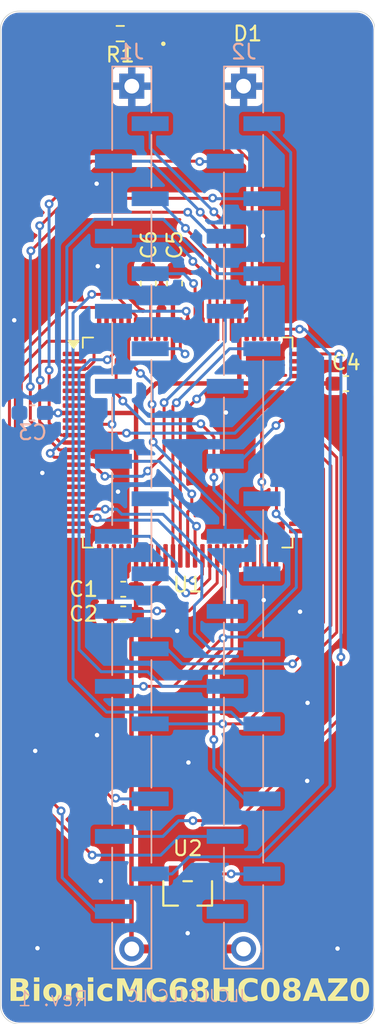
<source format=kicad_pcb>
(kicad_pcb (version 20240108) (generator "pcbnew") (generator_version "8.0")
  (title_block (title "BionicMC68HC08AZ0") (date "2025-03-02") (rev "1"))
  (layers (0 "F.Cu" signal) (31 "B.Cu" signal) (34 "B.Paste" user) (35 "F.Paste" user) (36 "B.SilkS" user "B.Silkscreen") (37 "F.SilkS" user "F.Silkscreen") (38 "B.Mask" user) (39 "F.Mask" user) (44 "Edge.Cuts" user))
  (net 0 "")
  (net 1 "Net-(D1-K)")
  (net 2 "VCC")
  (net 3 "/P31")
  (net 4 "GND")
  (net 5 "/P53")
  (net 6 "/P36")
  (net 7 "/P15")
  (net 8 "/P11")
  (net 9 "/P17")
  (net 10 "/P35")
  (net 11 "/P34")
  (net 12 "Net-(U1-CGMXFC)")
  (net 13 "/P37")
  (net 14 "/P51")
  (net 15 "/P50")
  (net 16 "/P12")
  (net 17 "/P33")
  (net 18 "/P16")
  (net 19 "/P30")
  (net 20 "/P10")
  (net 21 "/P13")
  (net 22 "/P52")
  (net 23 "/P47")
  (net 24 "/P14")
  (net 25 "/P32")
  (net 26 "/P45")
  (net 27 "/P22")
  (net 28 "/P23")
  (net 29 "Net-(J2-P56)")
  (net 30 "/P27")
  (net 31 "/P55")
  (net 32 "/P54")
  (net 33 "/P26")
  (net 34 "/P44")
  (net 35 "/P40")
  (net 36 "/P25")
  (net 37 "/P41")
  (net 38 "/P42")
  (net 39 "/P21")
  (net 41 "/P43")
  (net 42 "/P46")
  (net 43 "/P24")
  (net 44 "/P20")
  (footprint "Capacitor_SMD:C_0603_1608Metric_Pad1.08x0.95mm_HandSolder" (layer "F.Cu") (at 86.233 94.6404 90)
    (property "Reference" "C6")
    (property "Value" "0.1u")
  )
  (footprint "Capacitor_SMD:C_0603_1608Metric_Pad1.08x0.95mm_HandSolder" (layer "F.Cu") (at 84.5323 115.3414 180)
    (property "Reference" "C1")
    (property "Value" "0.1u")
  )
  (footprint "Resistor_SMD:R_0603_1608Metric_Pad0.98x0.95mm_HandSolder" (layer "F.Cu") (at 84.328 77.724 180)
    (property "Reference" "R1")
    (property "Value" "1.6k")
  )
  (footprint "Capacitor_SMD:C_0603_1608Metric_Pad1.08x0.95mm_HandSolder" (layer "F.Cu") (at 88.011 94.6404 90)
    (property "Reference" "C5")
    (property "Value" "0.1u")
  )
  (footprint "microchip:SOT-23_MC_MCH-M" (layer "F.Cu") (at 88.9 135.94 180)
    (property "Reference" "U2")
    (property "Value" "11AA010-I/TT")
  )
  (footprint "Capacitor_SMD:C_0603_1608Metric_Pad1.08x0.95mm_HandSolder" (layer "F.Cu") (at 84.5323 117.0178 180)
    (property "Reference" "C2")
    (property "Value" "22u")
  )
  (footprint "rhom:LED_CSL1901UW1_ROM-M" (layer "F.Cu") (at 88.9 77.724)
    (property "Reference" "D1")
    (property "Value" "CSL1901UW1")
  )
  (footprint "Package_QFP:LQFP-100_14x14mm_P0.5mm" (layer "F.Cu") (at 88.9 105.41)
    (property "Reference" "U1")
    (property "Value" "MC68HC08AZ0")
  )
  (footprint "Capacitor_SMD:C_0603_1608Metric_Pad1.08x0.95mm_HandSolder" (layer "F.Cu") (at 99.6453 101.4222)
    (property "Reference" "C4")
    (property "Value" "0.1u")
  )
  (footprint "bionic:Bionic-P245_SMT" (layer "B.Cu") (at 92.71 110.49 180)
    (property "Reference" "J2")
    (property "Value" "Bionic-P245")
  )
  (footprint "Capacitor_SMD:C_0603_1608Metric_Pad1.08x0.95mm_HandSolder" (layer "B.Cu") (at 78.3601 103.4034 180)
    (property "Reference" "C3")
    (property "Value" "0.1u")
  )
  (footprint "bionic:Bionic-P135_SMT" (layer "B.Cu") (at 85.09 110.49 180)
    (property "Reference" "J1")
    (property "Value" "Bionic-P135")
  )
  (gr_line (start 100.33 144.78) (end 77.47 144.78) (stroke (width 0.05)) (layer "Edge.Cuts"))
  (gr_arc (start 100.33 76.2) (mid 101.228026 76.571974) (end 101.6 77.47) (stroke (width 0.05)) (layer "Edge.Cuts"))
  (gr_line (start 76.2 143.51) (end 76.2 77.47) (stroke (width 0.05)) (layer "Edge.Cuts"))
  (gr_arc (start 101.6 143.51) (mid 101.228026 144.408026) (end 100.33 144.78) (stroke (width 0.05)) (layer "Edge.Cuts"))
  (gr_arc (start 77.47 144.78) (mid 76.571974 144.408026) (end 76.2 143.51) (stroke (width 0.05)) (layer "Edge.Cuts"))
  (gr_arc (start 76.2 77.47) (mid 76.571974 76.571974) (end 77.47 76.2) (stroke (width 0.05)) (layer "Edge.Cuts"))
  (gr_line (start 77.47 76.2) (end 100.33 76.2) (stroke (width 0.05)) (layer "Edge.Cuts"))
  (gr_line (start 101.6 77.47) (end 101.6 143.51) (stroke (width 0.05)) (layer "Edge.Cuts"))
  (gr_text "JLCJLCJLCJLC" (at 88.9 143.3576 0) (layer "B.SilkS") (effects (font (size 0.8 0.8) (thickness 0.1)) (justify bottom mirror)))
  (gr_text "Rev. 1" (at 82.2452 143.6624 0) (layer "B.SilkS") (effects (font (size 1 1) (thickness 0.1)) (justify left bottom mirror)))
  (gr_text "BionicMC68HC08AZ0\n" (at 89.0016 142.5956 0) (layer "F.SilkS") (effects (font (size 1.5 1.5) (thickness 0.3) (bold yes))))
  (segment (start 88.0237 77.724) (end 85.2405 77.724) (width 0.2) (layer "F.Cu") (net 1))
  (segment (start 89.7763 77.724) (end 89.789 77.7367) (width 0.2) (layer "F.Cu") (net 2))
  (segment (start 85.4 102.7632) (end 86.7532 101.41) (width 0.3) (layer "F.Cu") (net 2))
  (segment (start 85.3755 103.41) (end 85.4 103.3855) (width 0.3) (layer "F.Cu") (net 2))
  (segment (start 85.3948 115.3414) (end 86.4108 115.3414) (width 0.3) (layer "F.Cu") (net 2))
  (segment (start 87.884 101.41) (end 92.4052 101.41) (width 0.3) (layer "F.Cu") (net 2))
  (segment (start 85.3952 115.341) (end 85.3948 115.3414) (width 0.2) (layer "F.Cu") (net 2))
  (segment (start 81.225 103.41) (end 80.110308 103.41) (width 0.3) (layer "F.Cu") (net 2))
  (segment (start 87.4 114.3522) (end 87.4 113.085) (width 0.3) (layer "F.Cu") (net 2))
  (segment (start 92.4 96.90259) (end 92.4 97.735) (width 0.2) (layer "F.Cu") (net 2))
  (segment (start 92.4 97.735) (end 92.4 101.4048) (width 0.3) (layer "F.Cu") (net 2))
  (segment (start 98.7441 101.41) (end 98.7552 101.4211) (width 0.3) (layer "F.Cu") (net 2))
  (segment (start 87.4 97.735) (end 87.9 97.735) (width 0.3) (layer "F.Cu") (net 2))
  (segment (start 87.9 97.735) (end 87.9 95.6139) (width 0.3) (layer "F.Cu") (net 2))
  (segment (start 87.884 139.7) (end 85.09 139.7) (width 0.6) (layer "F.Cu") (net 2))
  (segment (start 87.949999 139.634001) (end 87.884 139.7) (width 0.2) (layer "F.Cu") (net 2))
  (segment (start 96.575 101.41) (end 98.7441 101.41) (width 0.3) (layer "F.Cu") (net 2))
  (segment (start 92.4001 97.735) (end 92.4 97.735) (width 0.3) (layer "F.Cu") (net 2))
  (segment (start 98.7552 101.421) (end 98.7816 101.421) (width 0.2) (layer "F.Cu") (net 2))
  (segment (start 86.7532 101.41) (end 87.3755 101.41) (width 0.3) (layer "F.Cu") (net 2))
  (segment (start 85.4 113.085) (end 85.4 117.5714) (width 0.3) (layer "F.Cu") (net 2))
  (segment (start 80.110308 103.41) (end 80.106728 103.40642) (width 0.3) (layer "F.Cu") (net 2))
  (segment (start 93.2688 96.03379) (end 92.4 96.90259) (width 0.2) (layer "F.Cu") (net 2))
  (segment (start 85.4 117.5714) (end 85.09 117.8814) (width 0.3) (layer "F.Cu") (net 2))
  (segment (start 85.09 117.8814) (end 85.09 139.7) (width 0.3) (layer "F.Cu") (net 2))
  (segment (start 81.225 103.41) (end 85.3755 103.41) (width 0.3) (layer "F.Cu") (net 2))
  (segment (start 87.9 97.735) (end 87.9 101.394) (width 0.3) (layer "F.Cu") (net 2))
  (segment (start 86.4108 115.3414) (end 87.4 114.3522) (width 0.3) (layer "F.Cu") (net 2))
  (segment (start 85.4 103.3855) (end 85.4 102.7632) (width 0.3) (layer "F.Cu") (net 2))
  (segment (start 92.4 101.4048) (end 92.4052 101.41) (width 0.3) (layer "F.Cu") (net 2))
  (segment (start 98.7816 101.421) (end 98.7828 101.4222) (width 0.2) (layer "F.Cu") (net 2))
  (segment (start 87.9 101.394) (end 87.884 101.41) (width 0.3) (layer "F.Cu") (net 2))
  (segment (start 85.4 117.0864) (end 85.3948 117.0812) (width 0.2) (layer "F.Cu") (net 2))
  (segment (start 92.71 139.7) (end 87.884 139.7) (width 0.6) (layer "F.Cu") (net 2))
  (segment (start 89.789 77.7367) (end 89.789 83.009) (width 0.2) (layer "F.Cu") (net 2))
  (segment (start 87.9 95.6139) (end 88.011 95.5029) (width 0.3) (layer "F.Cu") (net 2))
  (segment (start 85.4 113.085) (end 85.4 103.3855) (width 0.3) (layer "F.Cu") (net 2))
  (segment (start 87.949999 134.874) (end 87.949999 139.634001) (width 0.2) (layer "F.Cu") (net 2))
  (segment (start 89.789 83.009) (end 93.2688 86.4888) (width 0.2) (layer "F.Cu") (net 2))
  (segment (start 93.2688 86.4888) (end 93.2688 96.03379) (width 0.2) (layer "F.Cu") (net 2))
  (segment (start 92.4052 101.41) (end 96.575 101.41) (width 0.3) (layer "F.Cu") (net 2))
  (segment (start 85.3948 117.0812) (end 85.3948 117.0178) (width 0.2) (layer "F.Cu") (net 2))
  (segment (start 87.3755 101.41) (end 87.884 101.41) (width 0.3) (layer "F.Cu") (net 2))
  (via (at 80.106728 103.40642) (size 0.6) (drill 0.3) (layers "F.Cu" "B.Cu") (net 2))
  (segment (start 79.22562 103.40642) (end 79.2226 103.4034) (width 0.3) (layer "B.Cu") (net 2))
  (segment (start 80.106728 103.40642) (end 79.22562 103.40642) (width 0.3) (layer "B.Cu") (net 2))
  (segment (start 89.4 111.1742) (end 89.4 113.085) (width 0.2) (layer "F.Cu") (net 3))
  (segment (start 89.5 111.0742) (end 89.4 111.1742) (width 0.2) (layer "F.Cu") (net 3))
  (via (at 89.5 111.0742) (size 0.6) (drill 0.3) (layers "F.Cu" "B.Cu") (net 3))
  (segment (start 87.63 109.22) (end 86.3554 109.22) (width 0.2) (layer "B.Cu") (net 3))
  (segment (start 89.5 111.0742) (end 89.4842 111.0742) (width 0.2) (layer "B.Cu") (net 3))
  (segment (start 89.4842 111.0742) (end 87.63 109.22) (width 0.2) (layer "B.Cu") (net 3))
  (segment (start 87.0966 96.2914) (end 87.0966 93.7768) (width 0.3) (layer "F.Cu") (net 4))
  (segment (start 91.9 96.6188) (end 92.202 96.3168) (width 0.3) (layer "F.Cu") (net 4))
  (segment (start 91.9 97.735) (end 91.9 96.6188) (width 0.3) (layer "F.Cu") (net 4))
  (segment (start 84.9 114.0836) (end 83.6698 115.3138) (width 0.3) (layer "F.Cu") (net 4))
  (segment (start 91.4 115.1782) (end 91.2114 115.3668) (width 0.3) (layer "F.Cu") (net 4))
  (segment (start 84.9 113.085) (end 84.9 114.0836) (width 0.3) (layer "F.Cu") (net 4))
  (segment (start 83.6698 115.3138) (end 83.6698 115.3414) (width 0.3) (layer "F.Cu") (net 4))
  (segment (start 86.9 96.488) (end 87.0966 96.2914) (width 0.3) (layer "F.Cu") (net 4))
  (segment (start 97.6672 100.91) (end 98.044 100.5332) (width 0.3) (layer "F.Cu") (net 4))
  (segment (start 80.1182 107.41) (end 80.1116 107.4166) (width 0.3) (layer "F.Cu") (net 4))
  (segment (start 96.575 106.91) (end 97.766 106.91) (width 0.3) (layer "F.Cu") (net 4))
  (segment (start 86.9 97.735) (end 86.9 96.488) (width 0.3) (layer "F.Cu") (net 4))
  (segment (start 91.4 111.7492) (end 91.4654 111.6838) (width 0.3) (layer "F.Cu") (net 4))
  (segment (start 91.4 113.085) (end 91.4 111.7492) (width 0.3) (layer "F.Cu") (net 4))
  (segment (start 81.225 107.41) (end 80.1182 107.41) (width 0.3) (layer "F.Cu") (net 4))
  (segment (start 91.4 113.085) (end 91.4 115.1782) (width 0.3) (layer "F.Cu") (net 4))
  (segment (start 96.575 100.91) (end 97.6672 100.91) (width 0.3) (layer "F.Cu") (net 4))
  (segment (start 97.766 106.91) (end 98.044 107.188) (width 0.3) (layer "F.Cu") (net 4))
  (via (at 79.0448 107.4674) (size 0.6) (drill 0.3) (layers "F.Cu" "B.Cu") (net 4))
  (via (at 97.0026 128.3208) (size 0.6) (drill 0.3) (layers "F.Cu" "B.Cu") (net 4))
  (via (at 94.0054 91.4146) (size 0.6) (drill 0.3) (layers "F.Cu" "B.Cu") (net 4))
  (via (at 97.028 123.0376) (size 0.6) (drill 0.3) (layers "F.Cu" "B.Cu") (net 4))
  (via (at 94.0562 116.078) (size 0.6) (drill 0.3) (layers "F.Cu" "B.Cu") (net 4))
  (via (at 91.4908 103.378) (size 0.6) (drill 0.3) (layers "F.Cu" "B.Cu") (net 4))
  (via (at 77.1398 97.1296) (size 0.6) (drill 0.3) (layers "F.Cu" "B.Cu") (net 4))
  (via (at 78.5622 126.2888) (size 0.6) (drill 0.3) (layers "F.Cu" "B.Cu") (net 4))
  (via (at 82.7532 125.222) (size 0.6) (drill 0.3) (layers "F.Cu" "B.Cu") (net 4))
  (via (at 82.804 93.472) (size 0.6) (drill 0.3) (layers "F.Cu" "B.Cu") (net 4))
  (via (at 88.9 138.6332) (size 0.6) (drill 0.3) (layers "F.Cu" "B.Cu") (net 4))
  (via (at 82.7278 87.884) (size 0.6) (drill 0.3) (layers "F.Cu" "B.Cu") (net 4))
  (via (at 96.52 116.8654) (size 0.6) (drill 0.3) (layers "F.Cu" "B.Cu") (net 4))
  (via (at 88.1888 118.1608) (size 0.6) (drill 0.3) (layers "F.Cu" "B.Cu") (net 4))
  (via (at 88.9508 127.0762) (size 0.6) (drill 0.3) (layers "F.Cu" "B.Cu") (net 4))
  (via (at 83.0072 135.1026) (size 0.6) (drill 0.3) (layers "F.Cu" "B.Cu") (net 4))
  (via (at 99.06 139.6746) (size 0.6) (drill 0.3) (layers "F.Cu" "B.Cu") (net 4))
  (via (at 84.1756 108.7374) (size 0.6) (drill 0.3) (layers "F.Cu" "B.Cu") (net 4))
  (via (at 78.7146 139.6492) (size 0.6) (drill 0.3) (layers "F.Cu" "B.Cu") (net 4))
  (segment (start 77.216 127.254) (end 77.216 100.711) (width 0.2) (layer "F.Cu") (net 5))
  (segment (start 81.9404 98.552) (end 82.55 99.1616) (width 0.2) (layer "F.Cu") (net 5))
  (segment (start 82.55 99.1616) (end 82.55 99.9357) (width 0.2) (layer "F.Cu") (net 5))
  (segment (start 80.3148 130.3528) (end 77.216 127.254) (width 0.2) (layer "F.Cu") (net 5))
  (segment (start 77.216 100.711) (end 79.375 98.552) (width 0.2) (layer "F.Cu") (net 5))
  (segment (start 82.0757 100.41) (end 81.225 100.41) (width 0.2) (layer "F.Cu") (net 5))
  (segment (start 79.375 98.552) (end 81.9404 98.552) (width 0.2) (layer "F.Cu") (net 5))
  (segment (start 82.55 99.9357) (end 82.0757 100.41) (width 0.2) (layer "F.Cu") (net 5))
  (via (at 80.3148 130.3528) (size 0.6) (drill 0.3) (layers "F.Cu" "B.Cu") (net 5))
  (segment (start 80.3148 130.3528) (end 80.391 130.429) (width 0.2) (layer "B.Cu") (net 5))
  (segment (start 80.391 134.874) (end 82.677 137.16) (width 0.2) (layer "B.Cu") (net 5))
  (segment (start 80.391 130.429) (end 80.391 134.874) (width 0.2) (layer "B.Cu") (net 5))
  (segment (start 82.677 137.16) (end 83.8662 137.16) (width 0.2) (layer "B.Cu") (net 5))
  (segment (start 94.9198 106.5022) (end 95.512 105.91) (width 0.2) (layer "F.Cu") (net 6))
  (segment (start 95.512 105.91) (end 96.575 105.91) (width 0.2) (layer "F.Cu") (net 6))
  (segment (start 87.9602 121.92) (end 91.2258 118.6544) (width 0.2) (layer "F.Cu") (net 6))
  (segment (start 85.9028 121.92) (end 87.9602 121.92) (width 0.2) (layer "F.Cu") (net 6))
  (segment (start 91.2258 118.6544) (end 91.3 118.6544) (width 0.2) (layer "F.Cu") (net 6))
  (segment (start 94.8944 110.236) (end 94.9198 110.2106) (width 0.2) (layer "F.Cu") (net 6))
  (segment (start 94.9198 110.2106) (end 94.9198 106.5022) (width 0.2) (layer "F.Cu") (net 6))
  (via (at 85.9028 121.92) (size 0.6) (drill 0.3) (layers "F.Cu" "B.Cu") (net 6))
  (via (at 94.8944 110.236) (size 0.6) (drill 0.3) (layers "F.Cu" "B.Cu") (net 6))
  (via (at 91.3 118.6544) (size 0.6) (drill 0.3) (layers "F.Cu" "B.Cu") (net 6))
  (segment (start 92.9004 118.58) (end 96.266 115.2144) (width 0.2) (layer "B.Cu") (net 6))
  (segment (start 85.9028 121.92) (end 83.8662 121.92) (width 0.2) (layer "B.Cu") (net 6))
  (segment (start 91.3 118.6544) (end 91.3744 118.58) (width 0.2) (layer "B.Cu") (net 6))
  (segment (start 96.266 111.6076) (end 94.8944 110.236) (width 0.2) (layer "B.Cu") (net 6))
  (segment (start 96.266 115.2144) (end 96.266 111.6076) (width 0.2) (layer "B.Cu") (net 6))
  (segment (start 91.3744 118.58) (end 92.9004 118.58) (width 0.2) (layer "B.Cu") (net 6))
  (segment (start 88.8 96.518361) (end 88.9 96.618361) (width 0.2) (layer "F.Cu") (net 7))
  (segment (start 88.9 96.618361) (end 88.9 97.735) (width 0.2) (layer "F.Cu") (net 7))
  (via (at 88.8 96.518361) (size 0.6) (drill 0.3) (layers "F.Cu" "B.Cu") (net 7))
  (segment (start 86.542039 96.518361) (end 86.5404 96.52) (width 0.2) (layer "B.Cu") (net 7))
  (segment (start 88.8 96.518361) (end 86.542039 96.518361) (width 0.2) (layer "B.Cu") (net 7))
  (segment (start 86.5404 96.52) (end 83.8662 96.52) (width 0.2) (layer "B.Cu") (net 7))
  (segment (start 89.749189 89.815059) (end 90.9 90.96587) (width 0.2) (layer "F.Cu") (net 8))
  (segment (start 90.9 90.96587) (end 90.9 97.735) (width 0.2) (layer "F.Cu") (net 8))
  (via (at 89.749189 89.815059) (size 0.6) (drill 0.3) (layers "F.Cu" "B.Cu") (net 8))
  (segment (start 86.3346 86.36) (end 83.8662 86.36) (width 0.2) (layer "B.Cu") (net 8))
  (segment (start 89.749189 89.815059) (end 89.749189 89.774589) (width 0.2) (layer "B.Cu") (net 8))
  (segment (start 89.749189 89.774589) (end 86.3346 86.36) (width 0.2) (layer "B.Cu") (net 8))
  (segment (start 83.1692 104.175) (end 82.9042 103.91) (width 0.2) (layer "F.Cu") (net 9))
  (segment (start 83.7692 104.175) (end 83.1692 104.175) (width 0.2) (layer "F.Cu") (net 9))
  (segment (start 82.9042 103.91) (end 81.225 103.91) (width 0.2) (layer "F.Cu") (net 9))
  (via (at 83.7692 104.175) (size 0.6) (drill 0.3) (layers "F.Cu" "B.Cu") (net 9))
  (segment (start 83.8662 104.078) (end 83.8662 101.6) (width 0.2) (layer "B.Cu") (net 9))
  (segment (start 83.7692 104.175) (end 83.8662 104.078) (width 0.2) (layer "B.Cu") (net 9))
  (segment (start 98.6092 117.7988) (end 98.6092 106.9912) (width 0.2) (layer "F.Cu") (net 10))
  (segment (start 96.012 120.396) (end 98.6092 117.7988) (width 0.2) (layer "F.Cu") (net 10))
  (segment (start 98.028 106.41) (end 96.575 106.41) (width 0.2) (layer "F.Cu") (net 10))
  (segment (start 98.6092 106.9912) (end 98.028 106.41) (width 0.2) (layer "F.Cu") (net 10))
  (via (at 96.012 120.396) (size 0.6) (drill 0.3) (layers "F.Cu" "B.Cu") (net 10))
  (segment (start 88.519 120.396) (end 87.503 119.38) (width 0.2) (layer "B.Cu") (net 10))
  (segment (start 96.012 120.396) (end 88.519 120.396) (width 0.2) (layer "B.Cu") (net 10))
  (segment (start 87.503 119.38) (end 86.3554 119.38) (width 0.2) (layer "B.Cu") (net 10))
  (segment (start 86.8172 116.8146) (end 89.0016 116.8146) (width 0.2) (layer "F.Cu") (net 11))
  (segment (start 89.0016 116.8146) (end 90.9 114.9162) (width 0.2) (layer "F.Cu") (net 11))
  (segment (start 90.9 114.9162) (end 90.9 113.085) (width 0.2) (layer "F.Cu") (net 11))
  (via (at 86.8172 116.8146) (size 0.6) (drill 0.3) (layers "F.Cu" "B.Cu") (net 11))
  (segment (start 86.7918 116.84) (end 83.8662 116.84) (width 0.2) (layer "B.Cu") (net 11))
  (segment (start 86.8172 116.8146) (end 86.7918 116.84) (width 0.2) (layer "B.Cu") (net 11))
  (segment (start 86.4 97.735) (end 86.4 95.6699) (width 0.2) (layer "F.Cu") (net 12))
  (segment (start 86.233 95.5029) (end 86.3346 95.5029) (width 0.2) (layer "F.Cu") (net 12))
  (segment (start 86.4 95.6699) (end 86.233 95.5029) (width 0.2) (layer "F.Cu") (net 12))
  (segment (start 97.9932 105.41) (end 96.575 105.41) (width 0.2) (layer "F.Cu") (net 13))
  (segment (start 99.0092 106.426) (end 97.9932 105.41) (width 0.2) (layer "F.Cu") (net 13))
  (segment (start 92.812314 124.46) (end 99.0092 118.263114) (width 0.2) (layer "F.Cu") (net 13))
  (segment (start 99.0092 118.263114) (end 99.0092 106.426) (width 0.2) (layer "F.Cu") (net 13))
  (segment (start 91.2718 124.46) (end 92.812314 124.46) (width 0.2) (layer "F.Cu") (net 13))
  (via (at 91.2718 124.46) (size 0.6) (drill 0.3) (layers "F.Cu" "B.Cu") (net 13))
  (segment (start 91.2718 124.46) (end 86.3554 124.46) (width 0.2) (layer "B.Cu") (net 13))
  (segment (start 99.1464 99.41) (end 96.575 99.41) (width 0.2) (layer "F.Cu") (net 14))
  (segment (start 89.2556 131.0132) (end 92.2782 131.0132) (width 0.2) (layer "F.Cu") (net 14))
  (segment (start 99.152 99.4156) (end 99.1464 99.41) (width 0.2) (layer "F.Cu") (net 14))
  (segment (start 99.2886 124.0028) (end 99.2886 119.9388) (width 0.2) (layer "F.Cu") (net 14))
  (segment (start 92.2782 131.0132) (end 99.2886 124.0028) (width 0.2) (layer "F.Cu") (net 14))
  (via (at 99.152 99.4156) (size 0.6) (drill 0.3) (layers "F.Cu" "B.Cu") (net 14))
  (via (at 99.2886 119.9388) (size 0.6) (drill 0.3) (layers "F.Cu" "B.Cu") (net 14))
  (via (at 89.2556 131.0132) (size 0.6) (drill 0.3) (layers "F.Cu" "B.Cu") (net 14))
  (segment (start 87.2236 132.08) (end 83.8662 132.08) (width 0.2) (layer "B.Cu") (net 14))
  (segment (start 99.2886 119.9388) (end 99.2886 99.5522) (width 0.2) (layer "B.Cu") (net 14))
  (segment (start 88.2904 131.0132) (end 87.2236 132.08) (width 0.2) (layer "B.Cu") (net 14))
  (segment (start 99.2886 99.5522) (end 99.152 99.4156) (width 0.2) (layer "B.Cu") (net 14))
  (segment (start 89.2556 131.0132) (end 88.2904 131.0132) (width 0.2) (layer "B.Cu") (net 14))
  (segment (start 84.0232 129.4892) (end 83.7692 129.4892) (width 0.2) (layer "F.Cu") (net 15))
  (segment (start 79.033 99.91) (end 81.225 99.91) (width 0.2) (layer "F.Cu") (net 15))
  (segment (start 77.616 123.336) (end 77.616 101.327) (width 0.2) (layer "F.Cu") (net 15))
  (segment (start 83.7692 129.4892) (end 77.616 123.336) (width 0.2) (layer "F.Cu") (net 15))
  (segment (start 77.616 101.327) (end 79.033 99.91) (width 0.2) (layer "F.Cu") (net 15))
  (via (at 84.0232 129.4892) (size 0.6) (drill 0.3) (layers "F.Cu" "B.Cu") (net 15))
  (segment (start 84.0232 129.4892) (end 84.074 129.54) (width 0.2) (layer "B.Cu") (net 15))
  (segment (start 84.074 129.54) (end 86.3554 129.54) (width 0.2) (layer "B.Cu") (net 15))
  (segment (start 88.7476 90.9066) (end 90.4 92.559) (width 0.2) (layer "F.Cu") (net 16))
  (segment (start 90.4 92.559) (end 90.4 97.735) (width 0.2) (layer "F.Cu") (net 16))
  (via (at 88.7476 90.9066) (size 0.6) (drill 0.3) (layers "F.Cu" "B.Cu") (net 16))
  (segment (start 88.7476 90.9066) (end 88.7476 90.8558) (width 0.2) (layer "B.Cu") (net 16))
  (segment (start 86.7918 88.9) (end 86.3554 88.9) (width 0.2) (layer "B.Cu") (net 16))
  (segment (start 88.7476 90.8558) (end 86.7918 88.9) (width 0.2) (layer "B.Cu") (net 16))
  (segment (start 89.441429 115.5954) (end 90.4 114.636829) (width 0.2) (layer "F.Cu") (net 17))
  (segment (start 90.4 114.636829) (end 90.4 113.085) (width 0.2) (layer "F.Cu") (net 17))
  (segment (start 88.773 115.5954) (end 89.441429 115.5954) (width 0.2) (layer "F.Cu") (net 17))
  (via (at 88.773 115.5954) (size 0.6) (drill 0.3) (layers "F.Cu" "B.Cu") (net 17))
  (segment (start 87.376 114.3) (end 86.3554 114.3) (width 0.2) (layer "B.Cu") (net 17))
  (segment (start 88.773 115.5954) (end 88.6714 115.5954) (width 0.2) (layer "B.Cu") (net 17))
  (segment (start 88.6714 115.5954) (end 87.376 114.3) (width 0.2) (layer "B.Cu") (net 17))
  (segment (start 88.7222 99.4156) (end 88.4 99.0934) (width 0.2) (layer "F.Cu") (net 18))
  (segment (start 88.4 99.0934) (end 88.4 97.735) (width 0.2) (layer "F.Cu") (net 18))
  (via (at 88.7222 99.4156) (size 0.6) (drill 0.3) (layers "F.Cu" "B.Cu") (net 18))
  (segment (start 88.3666 99.06) (end 86.3554 99.06) (width 0.2) (layer "B.Cu") (net 18))
  (segment (start 88.7222 99.4156) (end 88.3666 99.06) (width 0.2) (layer "B.Cu") (net 18))
  (segment (start 89.1794 109.8296) (end 88.9 110.109) (width 0.2) (layer "F.Cu") (net 19))
  (segment (start 88.9 110.109) (end 88.9 113.085) (width 0.2) (layer "F.Cu") (net 19))
  (segment (start 89.1794 108.8898) (end 89.1794 109.8296) (width 0.2) (layer "F.Cu") (net 19))
  (via (at 89.1794 108.8898) (size 0.6) (drill 0.3) (layers "F.Cu" "B.Cu") (net 19))
  (segment (start 86.9696 106.68) (end 83.8662 106.68) (width 0.2) (layer "B.Cu") (net 19))
  (segment (start 89.1794 108.8898) (end 86.9696 106.68) (width 0.2) (layer "B.Cu") (net 19))
  (segment (start 91.4 90.515034) (end 91.4 97.735) (width 0.2) (layer "F.Cu") (net 20))
  (segment (start 90.675983 89.791017) (end 91.4 90.515034) (width 0.2) (layer "F.Cu") (net 20))
  (via (at 90.675983 89.791017) (size 0.6) (drill 0.3) (layers "F.Cu" "B.Cu") (net 20))
  (segment (start 86.3554 85.4664) (end 86.3554 83.82) (width 0.2) (layer "B.Cu") (net 20))
  (segment (start 90.675983 89.786983) (end 86.3554 85.4664) (width 0.2) (layer "B.Cu") (net 20))
  (segment (start 90.675983 89.791017) (end 90.675983 89.786983) (width 0.2) (layer "B.Cu") (net 20))
  (segment (start 89.9 93.79653) (end 89.9 97.735) (width 0.2) (layer "F.Cu") (net 21))
  (segment (start 89.250435 93.146965) (end 89.9 93.79653) (width 0.2) (layer "F.Cu") (net 21))
  (via (at 89.250435 93.146965) (size 0.6) (drill 0.3) (layers "F.Cu" "B.Cu") (net 21))
  (segment (start 87.6808 91.44) (end 83.8662 91.44) (width 0.2) (layer "B.Cu") (net 21))
  (segment (start 89.250435 93.146965) (end 89.250435 93.009635) (width 0.2) (layer "B.Cu") (net 21))
  (segment (start 89.250435 93.009635) (end 87.6808 91.44) (width 0.2) (layer "B.Cu") (net 21))
  (segment (start 96.485 97.735) (end 94.9 97.735) (width 0.2) (layer "F.Cu") (net 22))
  (via (at 96.485 97.735) (size 0.6) (drill 0.3) (layers "F.Cu" "B.Cu") (net 22))
  (segment (start 98.552 128.651) (end 93.7406 133.4624) (width 0.2) (layer "B.Cu") (net 22))
  (segment (start 87.8332 134.62) (end 86.3554 134.62) (width 0.2) (layer "B.Cu") (net 22))
  (segment (start 88.9908 133.4624) (end 87.8332 134.62) (width 0.2) (layer "B.Cu") (net 22))
  (segment (start 96.8206 97.735) (end 98.552 99.4664) (width 0.2) (layer "B.Cu") (net 22))
  (segment (start 93.7406 133.4624) (end 88.9908 133.4624) (width 0.2) (layer "B.Cu") (net 22))
  (segment (start 96.485 97.735) (end 96.8206 97.735) (width 0.2) (layer "B.Cu") (net 22))
  (segment (start 98.552 99.4664) (end 98.552 128.651) (width 0.2) (layer "B.Cu") (net 22))
  (segment (start 83.9514 95.377) (end 85.4 96.8256) (width 0.2) (layer "F.Cu") (net 23))
  (segment (start 82.3976 95.377) (end 83.9514 95.377) (width 0.2) (layer "F.Cu") (net 23))
  (segment (start 85.4 96.8256) (end 85.4 97.735) (width 0.2) (layer "F.Cu") (net 23))
  (via (at 82.3976 95.377) (size 0.6) (drill 0.3) (layers "F.Cu" "B.Cu") (net 23))
  (segment (start 81.1276 121.3866) (end 83.401 123.66) (width 0.2) (layer "B.Cu") (net 23))
  (segment (start 81.1276 96.647) (end 81.1276 121.3866) (width 0.2) (layer "B.Cu") (net 23))
  (segment (start 92.6338 124.46) (end 93.9338 124.46) (width 0.2) (layer "B.Cu") (net 23))
  (segment (start 82.3976 95.377) (end 81.1276 96.647) (width 0.2) (layer "B.Cu") (net 23))
  (segment (start 91.8338 123.66) (end 92.6338 124.46) (width 0.2) (layer "B.Cu") (net 23))
  (segment (start 83.401 123.66) (end 91.8338 123.66) (width 0.2) (layer "B.Cu") (net 23))
  (segment (start 89.4 94.7404) (end 89.4 97.735) (width 0.2) (layer "F.Cu") (net 24))
  (segment (start 89.3 94.6404) (end 89.4 94.7404) (width 0.2) (layer "F.Cu") (net 24))
  (via (at 89.3 94.6404) (size 0.6) (drill 0.3) (layers "F.Cu" "B.Cu") (net 24))
  (segment (start 88.6396 93.98) (end 86.3554 93.98) (width 0.2) (layer "B.Cu") (net 24))
  (segment (start 89.3 94.6404) (end 88.6396 93.98) (width 0.2) (layer "B.Cu") (net 24))
  (segment (start 89.9 114.3414) (end 89.9 113.085) (width 0.2) (layer "F.Cu") (net 25))
  (segment (start 89.2556 114.7572) (end 89.4842 114.7572) (width 0.2) (layer "F.Cu") (net 25))
  (segment (start 89.4842 114.7572) (end 89.9 114.3414) (width 0.2) (layer "F.Cu") (net 25))
  (via (at 89.2556 114.7572) (size 0.6) (drill 0.3) (layers "F.Cu" "B.Cu") (net 25))
  (segment (start 89.2556 114.7572) (end 88.7222 114.7572) (width 0.2) (layer "B.Cu") (net 25))
  (segment (start 86.3092 111.76) (end 83.8662 111.76) (width 0.2) (layer "B.Cu") (net 25))
  (segment (start 88.7222 114.7572) (end 88.138 114.173) (width 0.2) (layer "B.Cu") (net 25))
  (segment (start 88.138 113.5888) (end 86.3092 111.76) (width 0.2) (layer "B.Cu") (net 25))
  (segment (start 88.138 114.173) (end 88.138 113.5888) (width 0.2) (layer "B.Cu") (net 25))
  (segment (start 82.666171 110.41) (end 81.225 110.41) (width 0.2) (layer "F.Cu") (net 26))
  (segment (start 82.766171 110.51) (end 82.666171 110.41) (width 0.2) (layer "F.Cu") (net 26))
  (via (at 82.766171 110.51) (size 0.6) (drill 0.3) (layers "F.Cu" "B.Cu") (net 26))
  (segment (start 82.766171 110.51) (end 82.923971 110.6678) (width 0.2) (layer "B.Cu") (net 26))
  (segment (start 86.8934 110.6678) (end 89.8556 113.63) (width 0.2) (layer "B.Cu") (net 26))
  (segment (start 82.923971 110.6678) (end 86.8934 110.6678) (width 0.2) (layer "B.Cu") (net 26))
  (segment (start 89.8556 115.950271) (end 89.3572 116.448671) (width 0.2) (layer "B.Cu") (net 26))
  (segment (start 89.8556 113.63) (end 89.8556 115.950271) (width 0.2) (layer "B.Cu") (net 26))
  (segment (start 89.3572 118.3132) (end 90.424 119.38) (width 0.2) (layer "B.Cu") (net 26))
  (segment (start 89.3572 116.448671) (end 89.3572 118.3132) (width 0.2) (layer "B.Cu") (net 26))
  (segment (start 90.424 119.38) (end 93.9338 119.38) (width 0.2) (layer "B.Cu") (net 26))
  (segment (start 90.5764 88.8746) (end 80.772 88.8746) (width 0.2) (layer "F.Cu") (net 27))
  (segment (start 78.867 104.012186) (end 80.264814 105.41) (width 0.2) (layer "F.Cu") (net 27))
  (segment (start 78.905819 101.194156) (end 78.867 101.232975) (width 0.2) (layer "F.Cu") (net 27))
  (segment (start 78.9178 90.7288) (end 78.867 90.7288) (width 0.2) (layer "F.Cu") (net 27))
  (segment (start 78.867 101.232975) (end 78.867 104.012186) (width 0.2) (layer "F.Cu") (net 27))
  (segment (start 80.264814 105.41) (end 81.225 105.41) (width 0.2) (layer "F.Cu") (net 27))
  (segment (start 80.772 88.8746) (end 78.9178 90.7288) (width 0.2) (layer "F.Cu") (net 27))
  (segment (start 90.594265 88.856735) (end 90.5764 88.8746) (width 0.2) (layer "F.Cu") (net 27))
  (via (at 78.905819 101.194156) (size 0.6) (drill 0.3) (layers "F.Cu" "B.Cu") (net 27))
  (via (at 90.594265 88.856735) (size 0.6) (drill 0.3) (layers "F.Cu" "B.Cu") (net 27))
  (via (at 78.867 90.7288) (size 0.6) (drill 0.3) (layers "F.Cu" "B.Cu") (net 27))
  (segment (start 90.594265 88.856735) (end 90.63753 88.9) (width 0.2) (layer "B.Cu") (net 27))
  (segment (start 78.867 101.155337) (end 78.867 90.7288) (width 0.2) (layer "B.Cu") (net 27))
  (segment (start 78.905819 101.194156) (end 78.867 101.155337) (width 0.2) (layer "B.Cu") (net 27))
  (segment (start 90.63753 88.9) (end 93.9338 88.9) (width 0.2) (layer "B.Cu") (net 27))
  (segment (start 78.267 92.4306) (end 78.2828 92.4306) (width 0.2) (layer "F.Cu") (net 28))
  (segment (start 80.899 89.8144) (end 88.9 89.8144) (width 0.2) (layer "F.Cu") (net 28))
  (segment (start 78.232 101.6254) (end 78.232 103.942872) (width 0.2) (layer "F.Cu") (net 28))
  (segment (start 80.199128 105.91) (end 81.225 105.91) (width 0.2) (layer "F.Cu") (net 28))
  (segment (start 78.2828 92.4306) (end 80.899 89.8144) (width 0.2) (layer "F.Cu") (net 28))
  (segment (start 78.232 103.942872) (end 80.199128 105.91) (width 0.2) (layer "F.Cu") (net 28))
  (via (at 78.267 92.4306) (size 0.6) (drill 0.3) (layers "F.Cu" "B.Cu") (net 28))
  (via (at 88.9 89.8144) (size 0.6) (drill 0.3) (layers "F.Cu" "B.Cu") (net 28))
  (via (at 78.232 101.6254) (size 0.6) (drill 0.3) (layers "F.Cu" "B.Cu") (net 28))
  (segment (start 78.232 101.6254) (end 78.232 92.4656) (width 0.2) (layer "B.Cu") (net 28))
  (segment (start 90.5256 91.44) (end 91.4446 91.44) (width 0.2) (layer "B.Cu") (net 28))
  (segment (start 78.232 92.4656) (end 78.267 92.4306) (width 0.2) (layer "B.Cu") (net 28))
  (segment (start 88.9 89.8144) (end 90.5256 91.44) (width 0.2) (layer "B.Cu") (net 28))
  (segment (start 90.9066 134.62) (end 90.6526 134.874) (width 0.2) (layer "F.Cu") (net 29))
  (segment (start 90.6526 134.874) (end 89.85 134.874) (width 0.2) (layer "F.Cu") (net 29))
  (segment (start 91.8464 134.62) (end 90.9066 134.62) (width 0.2) (layer "F.Cu") (net 29))
  (via (at 91.8464 134.62) (size 0.6) (drill 0.3) (layers "F.Cu" "B.Cu") (net 29))
  (segment (start 91.8464 134.62) (end 93.9338 134.62) (width 0.2) (layer "B.Cu") (net 29))
  (segment (start 89.5096 102.4636) (end 88.4 103.5732) (width 0.2) (layer "F.Cu") (net 30))
  (segment (start 88.4 103.5732) (end 88.4 113.085) (width 0.2) (layer "F.Cu") (net 30))
  (via (at 89.5096 102.4636) (size 0.6) (drill 0.3) (layers "F.Cu" "B.Cu") (net 30))
  (segment (start 90.3732 101.6) (end 91.4446 101.6) (width 0.2) (layer "B.Cu") (net 30))
  (segment (start 89.5096 102.4636) (end 90.3732 101.6) (width 0.2) (layer "B.Cu") (net 30))
  (segment (start 76.816 127.743) (end 76.816 100.266371) (width 0.2) (layer "F.Cu") (net 31))
  (segment (start 83.35 96.85259) (end 83.35 97.785) (width 0.2) (layer "F.Cu") (net 31))
  (segment (start 82.76341 96.266) (end 83.35 96.85259) (width 0.2) (layer "F.Cu") (net 31))
  (segment (start 82.423 133.35) (end 76.816 127.743) (width 0.2) (layer "F.Cu") (net 31))
  (segment (start 76.816 100.266371) (end 80.816371 96.266) (width 0.2) (layer "F.Cu") (net 31))
  (segment (start 83.35 97.785) (end 83.4 97.735) (width 0.2) (layer "F.Cu") (net 31))
  (segment (start 80.816371 96.266) (end 82.76341 96.266) (width 0.2) (layer "F.Cu") (net 31))
  (via (at 82.423 133.35) (size 0.6) (drill 0.3) (layers "F.Cu" "B.Cu") (net 31))
  (segment (start 87.0712 133.35) (end 88.3412 132.08) (width 0.2) (layer "B.Cu") (net 31))
  (segment (start 82.423 133.35) (end 87.0712 133.35) (width 0.2) (layer "B.Cu") (net 31))
  (segment (start 88.3412 132.08) (end 91.4446 132.08) (width 0.2) (layer "B.Cu") (net 31))
  (segment (start 90.6718 120.707) (end 91.9 119.4788) (width 0.2) (layer "F.Cu") (net 32))
  (segment (start 90.6718 125.5268) (end 90.6718 120.707) (width 0.2) (layer "F.Cu") (net 32))
  (segment (start 91.9 119.4788) (end 91.9 113.085) (width 0.2) (layer "F.Cu") (net 32))
  (via (at 90.6718 125.5268) (size 0.6) (drill 0.3) (layers "F.Cu" "B.Cu") (net 32))
  (segment (start 90.6718 127.451) (end 92.7608 129.54) (width 0.2) (layer "B.Cu") (net 32))
  (segment (start 90.6718 125.5268) (end 90.6718 127.451) (width 0.2) (layer "B.Cu") (net 32))
  (segment (start 92.7608 129.54) (end 93.9338 129.54) (width 0.2) (layer "B.Cu") (net 32))
  (segment (start 87.9 102.9556) (end 87.9 113.085) (width 0.2) (layer "F.Cu") (net 33))
  (segment (start 88.138 102.7176) (end 87.9 102.9556) (width 0.2) (layer "F.Cu") (net 33))
  (via (at 88.138 102.7176) (size 0.6) (drill 0.3) (layers "F.Cu" "B.Cu") (net 33))
  (segment (start 91.7448 99.06) (end 93.9338 99.06) (width 0.2) (layer "B.Cu") (net 33))
  (segment (start 88.138 102.7176) (end 88.138 102.6668) (width 0.2) (layer "B.Cu") (net 33))
  (segment (start 88.138 102.6668) (end 91.7448 99.06) (width 0.2) (layer "B.Cu") (net 33))
  (segment (start 83.311268 109.924446) (end 83.296822 109.91) (width 0.2) (layer "F.Cu") (net 34))
  (segment (start 83.296822 109.91) (end 81.225 109.91) (width 0.2) (layer "F.Cu") (net 34))
  (via (at 83.311268 109.924446) (size 0.6) (drill 0.3) (layers "F.Cu" "B.Cu") (net 34))
  (segment (start 91.3892 116.7846) (end 91.4446 116.84) (width 0.2) (layer "B.Cu") (net 34))
  (segment (start 91.3892 114.427) (end 91.3892 116.7846) (width 0.2) (layer "B.Cu") (net 34))
  (segment (start 84.436 110.2678) (end 87.23 110.2678) (width 0.2) (layer "B.Cu") (net 34))
  (segment (start 84.092646 109.924446) (end 84.436 110.2678) (width 0.2) (layer "B.Cu") (net 34))
  (segment (start 87.23 110.2678) (end 91.3892 114.427) (width 0.2) (layer "B.Cu") (net 34))
  (segment (start 83.311268 109.924446) (end 84.092646 109.924446) (width 0.2) (layer "B.Cu") (net 34))
  (segment (start 95.2346 103.91) (end 96.575 103.91) (width 0.2) (layer "F.Cu") (net 35))
  (segment (start 94.886 104.2586) (end 95.2346 103.91) (width 0.2) (layer "F.Cu") (net 35))
  (via (at 94.886 104.2586) (size 0.6) (drill 0.3) (layers "F.Cu" "B.Cu") (net 35))
  (segment (start 92.456 106.68) (end 91.4446 106.68) (width 0.2) (layer "B.Cu") (net 35))
  (segment (start 94.8774 104.2586) (end 92.456 106.68) (width 0.2) (layer "B.Cu") (net 35))
  (segment (start 94.886 104.2586) (end 94.8774 104.2586) (width 0.2) (layer "B.Cu") (net 35))
  (segment (start 87.2998 106.2228) (end 87.2998 102.707271) (width 0.2) (layer "F.Cu") (net 36))
  (segment (start 87.2998 102.707271) (end 87.3 102.707071) (width 0.2) (layer "F.Cu") (net 36))
  (segment (start 82.5006 106.91) (end 81.225 106.91) (width 0.2) (layer "F.Cu") (net 36))
  (segment (start 83.2866 107.696) (end 82.5006 106.91) (width 0.2) (layer "F.Cu") (net 36))
  (segment (start 86.1822 107.3404) (end 87.2998 106.2228) (width 0.2) (layer "F.Cu") (net 36))
  (via (at 87.3 102.707071) (size 0.6) (drill 0.3) (layers "F.Cu" "B.Cu") (net 36))
  (via (at 83.2866 107.696) (size 0.6) (drill 0.3) (layers "F.Cu" "B.Cu") (net 36))
  (via (at 86.1822 107.3404) (size 0.6) (drill 0.3) (layers "F.Cu" "B.Cu") (net 36))
  (segment (start 83.2866 107.696) (end 85.8266 107.696) (width 0.2) (layer "B.Cu") (net 36))
  (segment (start 91.4446 98.562471) (end 91.4446 96.52) (width 0.2) (layer "B.Cu") (net 36))
  (segment (start 87.3 102.707071) (end 91.4446 98.562471) (width 0.2) (layer "B.Cu") (net 36))
  (segment (start 85.8266 107.696) (end 86.1822 107.3404) (width 0.2) (layer "B.Cu") (net 36))
  (segment (start 94.5711 103.41) (end 96.575 103.41) (width 0.2) (layer "F.Cu") (net 37))
  (segment (start 93.9038 104.0773) (end 94.5711 103.41) (width 0.2) (layer "F.Cu") (net 37))
  (segment (start 93.9038 108.0574) (end 93.9038 104.0773) (width 0.2) (layer "F.Cu") (net 37))
  (segment (start 93.9263 108.0799) (end 93.9038 108.0574) (width 0.2) (layer "F.Cu") (net 37))
  (via (at 93.9263 108.0799) (size 0.6) (drill 0.3) (layers "F.Cu" "B.Cu") (net 37))
  (segment (start 93.9338 108.0874) (end 93.9338 109.22) (width 0.2) (layer "B.Cu") (net 37))
  (segment (start 93.9263 108.0799) (end 93.9338 108.0874) (width 0.2) (layer "B.Cu") (net 37))
  (segment (start 85.6996 100.7364) (end 84.9 99.9368) (width 0.2) (layer "F.Cu") (net 38))
  (segment (start 84.9 99.9368) (end 84.9 97.735) (width 0.2) (layer "F.Cu") (net 38))
  (segment (start 86.5632 105.375) (end 86.5632 102.8954) (width 0.2) (layer "F.Cu") (net 38))
  (segment (start 86.5632 102.8954) (end 86.487 102.8192) (width 0.2) (layer "F.Cu") (net 38))
  (via (at 86.5632 105.375) (size 0.6) (drill 0.3) (layers "F.Cu" "B.Cu") (net 38))
  (via (at 85.6996 100.7364) (size 0.6) (drill 0.3) (layers "F.Cu" "B.Cu") (net 38))
  (via (at 86.487 102.8192) (size 0.6) (drill 0.3) (layers "F.Cu" "B.Cu") (net 38))
  (segment (start 91.4446 110.306471) (end 91.4446 111.76) (width 0.2) (layer "B.Cu") (net 38))
  (segment (start 86.487 101.4476) (end 86.487 102.8192) (width 0.2) (layer "B.Cu") (net 38))
  (segment (start 85.7758 100.7364) (end 86.487 101.4476) (width 0.2) (layer "B.Cu") (net 38))
  (segment (start 86.5632 105.425071) (end 91.4446 110.306471) (width 0.2) (layer "B.Cu") (net 38))
  (segment (start 86.5632 105.375) (end 86.5632 105.425071) (width 0.2) (layer "B.Cu") (net 38))
  (segment (start 85.6996 100.7364) (end 85.7758 100.7364) (width 0.2) (layer "B.Cu") (net 38))
  (segment (start 80.3305 104.91) (end 81.225 104.91) (width 0.2) (layer "F.Cu") (net 39))
  (segment (start 79.502 89.2556) (end 82.3976 86.36) (width 0.2) (layer "F.Cu") (net 39))
  (segment (start 79.506728 100.512279) (end 79.506728 104.086228) (width 0.2) (layer "F.Cu") (net 39))
  (segment (start 82.3976 86.36) (end 89.6874 86.36) (width 0.2) (layer "F.Cu") (net 39))
  (segment (start 79.506728 104.086228) (end 80.3305 104.91) (width 0.2) (layer "F.Cu") (net 39))
  (segment (start 89.6874 86.36) (end 89.7128 86.3854) (width 0.2) (layer "F.Cu") (net 39))
  (segment (start 79.504449 100.51) (end 79.506728 100.512279) (width 0.2) (layer "F.Cu") (net 39))
  (via (at 79.502 89.2556) (size 0.6) (drill 0.3) (layers "F.Cu" "B.Cu") (net 39))
  (via (at 89.7128 86.3854) (size 0.6) (drill 0.3) (layers "F.Cu" "B.Cu") (net 39))
  (via (at 79.504449 100.51) (size 0.6) (drill 0.3) (layers "F.Cu" "B.Cu") (net 39))
  (segment (start 89.7128 86.3854) (end 91.4192 86.3854) (width 0.2) (layer "B.Cu") (net 39))
  (segment (start 79.502 89.2556) (end 79.502 100.507551) (width 0.2) (layer "B.Cu") (net 39))
  (segment (start 91.4192 86.3854) (end 91.4446 86.36) (width 0.2) (layer "B.Cu") (net 39))
  (segment (start 79.502 100.507551) (end 79.504449 100.51) (width 0.2) (layer "B.Cu") (net 39))
  (segment (start 90.678 105.029) (end 89.789 104.14) (width 0.2) (layer "F.Cu") (net 41))
  (segment (start 84.0486 99.7966) (end 84.4 99.4452) (width 0.2) (layer "F.Cu") (net 41))
  (segment (start 84.5058 102.5398) (end 84.0486 102.0826) (width 0.2) (layer "F.Cu") (net 41))
  (segment (start 84.4 99.4452) (end 84.4 97.735) (width 0.2) (layer "F.Cu") (net 41))
  (segment (start 90.678 107.7722) (end 90.678 105.029) (width 0.2) (layer "F.Cu") (net 41))
  (segment (start 84.0486 102.0826) (end 84.0486 99.7966) (width 0.2) (layer "F.Cu") (net 41))
  (segment (start 84.5058 102.600002) (end 84.5058 102.5398) (width 0.2) (layer "F.Cu") (net 41))
  (via (at 84.5058 102.600002) (size 0.6) (drill 0.3) (layers "F.Cu" "B.Cu") (net 41))
  (via (at 89.789 104.14) (size 0.6) (drill 0.3) (layers "F.Cu" "B.Cu") (net 41))
  (via (at 90.678 107.7722) (size 0.6) (drill 0.3) (layers "F.Cu" "B.Cu") (net 41))
  (segment (start 90.678 108.6104) (end 93.9338 111.8662) (width 0.2) (layer "B.Cu") (net 41))
  (segment (start 84.5058 102.600002) (end 86.045798 104.14) (width 0.2) (layer "B.Cu") (net 41))
  (segment (start 90.678 107.7722) (end 90.678 108.6104) (width 0.2) (layer "B.Cu") (net 41))
  (segment (start 93.9338 111.8662) (end 93.9338 114.3) (width 0.2) (layer "B.Cu") (net 41))
  (segment (start 86.045798 104.14) (end 89.789 104.14) (width 0.2) (layer "B.Cu") (net 41))
  (segment (start 83.9 99.379514) (end 83.9 97.735) (width 0.2) (layer "F.Cu") (net 42))
  (segment (start 83.473657 99.805857) (end 83.9 99.379514) (width 0.2) (layer "F.Cu") (net 42))
  (segment (start 83.4486 99.805857) (end 83.473657 99.805857) (width 0.2) (layer "F.Cu") (net 42))
  (via (at 83.4486 99.805857) (size 0.6) (drill 0.3) (layers "F.Cu" "B.Cu") (net 42))
  (segment (start 81.534 119.4308) (end 83.0326 120.9294) (width 0.2) (layer "B.Cu") (net 42))
  (segment (start 83.0326 120.9294) (end 86.1822 120.9294) (width 0.2) (layer "B.Cu") (net 42))
  (segment (start 81.534 100.584) (end 81.534 119.4308) (width 0.2) (layer "B.Cu") (net 42))
  (segment (start 87.1728 121.92) (end 91.4446 121.92) (width 0.2) (layer "B.Cu") (net 42))
  (segment (start 83.4486 99.805857) (end 82.312143 99.805857) (width 0.2) (layer "B.Cu") (net 42))
  (segment (start 86.1822 120.9294) (end 87.1728 121.92) (width 0.2) (layer "B.Cu") (net 42))
  (segment (start 82.312143 99.805857) (end 81.534 100.584) (width 0.2) (layer "B.Cu") (net 42))
  (segment (start 79.582191 106.141593) (end 79.850598 106.41) (width 0.2) (layer "F.Cu") (net 43))
  (segment (start 79.850598 106.41) (end 81.225 106.41) (width 0.2) (layer "F.Cu") (net 43))
  (via (at 79.582191 106.141593) (size 0.6) (drill 0.3) (layers "F.Cu" "B.Cu") (net 43))
  (segment (start 90.931999 93.98) (end 93.9338 93.98) (width 0.2) (layer "B.Cu") (net 43))
  (segment (start 79.582191 106.141593) (end 80.706728 105.017056) (width 0.2) (layer "B.Cu") (net 43))
  (segment (start 80.706728 92.165672) (end 82.5754 90.297) (width 0.2) (layer "B.Cu") (net 43))
  (segment (start 80.706728 105.017056) (end 80.706728 92.165672) (width 0.2) (layer "B.Cu") (net 43))
  (segment (start 82.5754 90.297) (end 87.248999 90.297) (width 0.2) (layer "B.Cu") (net 43))
  (segment (start 87.248999 90.297) (end 90.931999 93.98) (width 0.2) (layer "B.Cu") (net 43))
  (segment (start 84.75 104.775) (end 82.9818 104.775) (width 0.2) (layer "F.Cu") (net 44))
  (segment (start 82.6168 104.41) (end 81.225 104.41) (width 0.2) (layer "F.Cu") (net 44))
  (segment (start 82.9818 104.775) (end 82.6168 104.41) (width 0.2) (layer "F.Cu") (net 44))
  (via (at 84.75 104.775) (size 0.6) (drill 0.3) (layers "F.Cu" "B.Cu") (net 44))
  (segment (start 95.885 85.7712) (end 93.9338 83.82) (width 0.2) (layer "B.Cu") (net 44))
  (segment (start 95.885 100.9904) (end 95.885 85.7712) (width 0.2) (layer "B.Cu") (net 44))
  (segment (start 84.75 104.775) (end 92.1004 104.775) (width 0.2) (layer "B.Cu") (net 44))
  (segment (start 92.1004 104.775) (end 95.885 100.9904) (width 0.2) (layer "B.Cu") (net 44))
  (zone (net 4) (net_name "GND") (layers "F&B.Cu") (connect_pads (clearance 0.3)) (min_thickness 0.2) (fill yes (thermal_gap 0.5) (thermal_bridge_width 0.5))
    (polygon (pts (xy 76.2 76.2) (xy 101.6 76.2) (xy 101.6 144.78) (xy 76.2 144.78)))
  )
)
</source>
